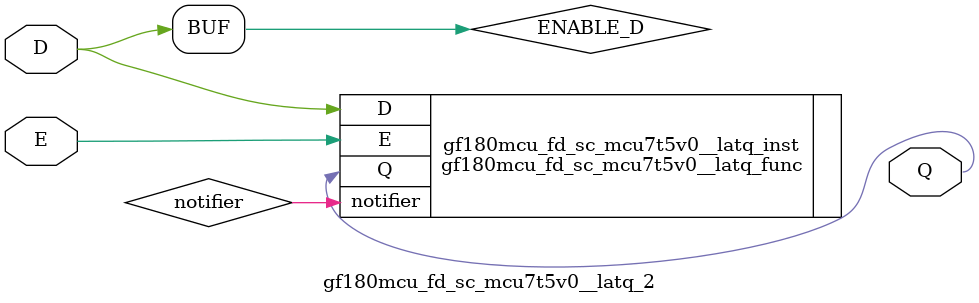
<source format=v>

`ifndef GF180MCU_FD_SC_MCU7T5V0__LATQ_2_V
`define GF180MCU_FD_SC_MCU7T5V0__LATQ_2_V

`include gf180mcu_fd_sc_mcu7t5v0__latq.v

`ifdef USE_POWER_PINS
module gf180mcu_fd_sc_mcu7t5v0__latq_2( E, D, Q, VDD, VSS );
inout VDD, VSS;
`else // If not USE_POWER_PINS
module gf180mcu_fd_sc_mcu7t5v0__latq_2( E, D, Q );
`endif // If not USE_POWER_PINS
input D, E;
output Q;

`ifdef USE_POWER_PINS
  gf180mcu_fd_sc_mcu7t5v0__latq_func gf180mcu_fd_sc_mcu7t5v0__latq_inst(.E(E),.D(D),.Q(Q),.VDD(VDD),.VSS(VSS),.notifier(notifier));
`else // If not USE_POWER_PINS
  gf180mcu_fd_sc_mcu7t5v0__latq_func gf180mcu_fd_sc_mcu7t5v0__latq_inst(.E(E),.D(D),.Q(Q),.notifier(notifier));
`endif // If not USE_POWER_PINS

`ifndef FUNCTIONAL
	// spec_gates_begin


	not MGM_G0(ENABLE_NOT_D,D);


	buf MGM_G1(ENABLE_D,D);


	// spec_gates_end



   specify

	// specify_block_begin

	// comb arc D --> Q
	 (D => Q) = (1.0,1.0);

	// seq arc E --> Q
	(posedge E => (Q : D))  = (1.0,1.0);

	// hold D-HL E-HL
	$hold(negedge E,negedge D,1.0,notifier);

	// hold D-LH E-HL
	$hold(negedge E,posedge D,1.0,notifier);

	// setup D-HL E-HL
	$setup(negedge D,negedge E,1.0,notifier);

	// setup D-LH E-HL
	$setup(posedge D,negedge E,1.0,notifier);

	$width(posedge E &&& (ENABLE_NOT_D === 1'b1)
		,1.0,0,notifier);

	$width(posedge E &&& (ENABLE_D === 1'b1)
		,1.0,0,notifier);

	// mpw E_lh
	$width(posedge E,1.0,0,notifier);

	// specify_block_end

   endspecify

   `endif

endmodule
`endif

</source>
